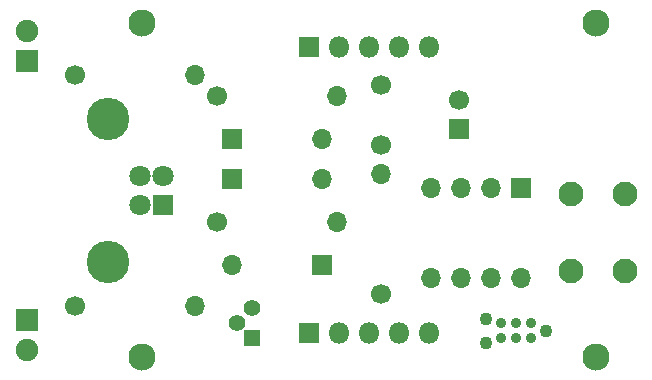
<source format=gbr>
G04 #@! TF.GenerationSoftware,KiCad,Pcbnew,(5.0.0)*
G04 #@! TF.CreationDate,2018-09-10T18:50:31-05:00*
G04 #@! TF.ProjectId,mini-attinyuino,6D696E692D617474696E7975696E6F2E,1.0*
G04 #@! TF.SameCoordinates,Original*
G04 #@! TF.FileFunction,Soldermask,Top*
G04 #@! TF.FilePolarity,Negative*
%FSLAX46Y46*%
G04 Gerber Fmt 4.6, Leading zero omitted, Abs format (unit mm)*
G04 Created by KiCad (PCBNEW (5.0.0)) date 09/10/18 18:50:31*
%MOMM*%
%LPD*%
G01*
G04 APERTURE LIST*
%ADD10R,1.800000X1.800000*%
%ADD11O,1.800000X1.800000*%
%ADD12R,1.700000X1.700000*%
%ADD13C,1.700000*%
%ADD14R,1.900000X1.900000*%
%ADD15C,1.900000*%
%ADD16O,1.700000X1.700000*%
%ADD17C,1.800000*%
%ADD18C,3.600000*%
%ADD19C,2.300000*%
%ADD20C,1.090600*%
%ADD21C,0.887400*%
%ADD22C,2.100000*%
%ADD23C,1.400000*%
%ADD24R,1.400000X1.400000*%
G04 APERTURE END LIST*
D10*
G04 #@! TO.C,J1*
X120514000Y-111023000D03*
D11*
X123054000Y-111023000D03*
X125594000Y-111023000D03*
X128134000Y-111023000D03*
X130674000Y-111023000D03*
G04 #@! TD*
D12*
G04 #@! TO.C,C1*
X133215000Y-93753800D03*
D13*
X133215000Y-91253800D03*
G04 #@! TD*
G04 #@! TO.C,C2*
X126591000Y-95048700D03*
X126591000Y-90048700D03*
G04 #@! TD*
D14*
G04 #@! TO.C,D1*
X96631800Y-109913000D03*
D15*
X96631800Y-112453000D03*
G04 #@! TD*
D12*
G04 #@! TO.C,D2*
X121623000Y-105256000D03*
D16*
X114003000Y-105256000D03*
G04 #@! TD*
D15*
G04 #@! TO.C,D3*
X96631800Y-85410500D03*
D14*
X96631800Y-87950500D03*
G04 #@! TD*
D12*
G04 #@! TO.C,D4*
X114003000Y-94592300D03*
D16*
X121623000Y-94592300D03*
G04 #@! TD*
G04 #@! TO.C,D5*
X121623000Y-97980300D03*
D12*
X114003000Y-97980300D03*
G04 #@! TD*
D11*
G04 #@! TO.C,J2*
X130674000Y-86766400D03*
X128134000Y-86766400D03*
X125594000Y-86766400D03*
X123054000Y-86766400D03*
D10*
X120514000Y-86766400D03*
G04 #@! TD*
G04 #@! TO.C,J3*
X108204000Y-100182000D03*
D17*
X108204000Y-97682000D03*
X106204000Y-97682000D03*
X106204000Y-100182000D03*
D18*
X103494000Y-104952000D03*
X103494000Y-92912000D03*
G04 #@! TD*
D19*
G04 #@! TO.C,MH1*
X144798000Y-113068000D03*
G04 #@! TD*
G04 #@! TO.C,MH2*
X144798000Y-84744600D03*
G04 #@! TD*
G04 #@! TO.C,MH3*
X106380000Y-113068000D03*
G04 #@! TD*
G04 #@! TO.C,MH4*
X106380000Y-84744600D03*
G04 #@! TD*
D20*
G04 #@! TO.C,P1*
X135537000Y-111839000D03*
X135537000Y-109807000D03*
X140617000Y-110823000D03*
D21*
X139347000Y-110188000D03*
X139347000Y-111458000D03*
X138077000Y-110188000D03*
X138077000Y-111458000D03*
X136807000Y-110188000D03*
X136807000Y-111458000D03*
G04 #@! TD*
D13*
G04 #@! TO.C,R1*
X100752000Y-108735000D03*
D16*
X110912000Y-108735000D03*
G04 #@! TD*
D13*
G04 #@! TO.C,R2*
X100752000Y-89179400D03*
D16*
X110912000Y-89179400D03*
G04 #@! TD*
D13*
G04 #@! TO.C,R3*
X112733000Y-101618000D03*
D16*
X122893000Y-101618000D03*
G04 #@! TD*
G04 #@! TO.C,R4*
X126591000Y-97581000D03*
D13*
X126591000Y-107741000D03*
G04 #@! TD*
D16*
G04 #@! TO.C,R5*
X122893000Y-90954400D03*
D13*
X112733000Y-90954400D03*
G04 #@! TD*
D22*
G04 #@! TO.C,SW1*
X142744000Y-99236600D03*
X147244000Y-99236600D03*
X142744000Y-105736600D03*
X147244000Y-105736600D03*
G04 #@! TD*
D23*
G04 #@! TO.C,U1*
X114428000Y-110124000D03*
X115698000Y-108854000D03*
D24*
X115698000Y-111394000D03*
G04 #@! TD*
D12*
G04 #@! TO.C,U2*
X138467000Y-98686600D03*
D16*
X130847000Y-106306600D03*
X135927000Y-98686600D03*
X133387000Y-106306600D03*
X133387000Y-98686600D03*
X135927000Y-106306600D03*
X130847000Y-98686600D03*
X138467000Y-106306600D03*
G04 #@! TD*
M02*

</source>
